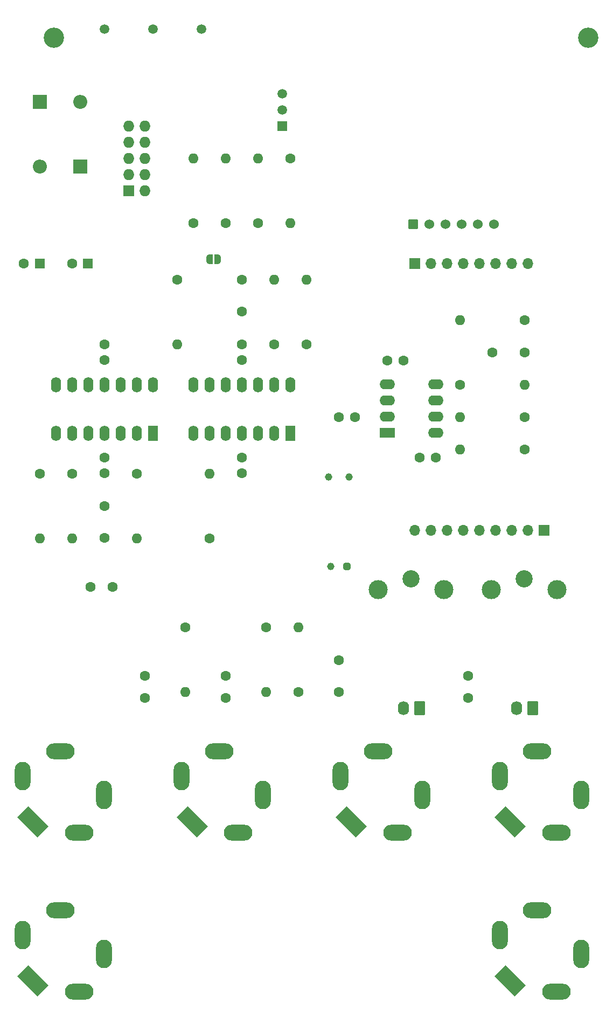
<source format=gbs>
G04 #@! TF.GenerationSoftware,KiCad,Pcbnew,7.0.1-3b83917a11~172~ubuntu22.04.1*
G04 #@! TF.CreationDate,2023-03-17T12:15:10-04:00*
G04 #@! TF.ProjectId,springReverbRev2_BackPCB,73707269-6e67-4526-9576-657262526576,rev?*
G04 #@! TF.SameCoordinates,Original*
G04 #@! TF.FileFunction,Soldermask,Bot*
G04 #@! TF.FilePolarity,Negative*
%FSLAX46Y46*%
G04 Gerber Fmt 4.6, Leading zero omitted, Abs format (unit mm)*
G04 Created by KiCad (PCBNEW 7.0.1-3b83917a11~172~ubuntu22.04.1) date 2023-03-17 12:15:10*
%MOMM*%
%LPD*%
G01*
G04 APERTURE LIST*
G04 Aperture macros list*
%AMRoundRect*
0 Rectangle with rounded corners*
0 $1 Rounding radius*
0 $2 $3 $4 $5 $6 $7 $8 $9 X,Y pos of 4 corners*
0 Add a 4 corners polygon primitive as box body*
4,1,4,$2,$3,$4,$5,$6,$7,$8,$9,$2,$3,0*
0 Add four circle primitives for the rounded corners*
1,1,$1+$1,$2,$3*
1,1,$1+$1,$4,$5*
1,1,$1+$1,$6,$7*
1,1,$1+$1,$8,$9*
0 Add four rect primitives between the rounded corners*
20,1,$1+$1,$2,$3,$4,$5,0*
20,1,$1+$1,$4,$5,$6,$7,0*
20,1,$1+$1,$6,$7,$8,$9,0*
20,1,$1+$1,$8,$9,$2,$3,0*%
%AMRotRect*
0 Rectangle, with rotation*
0 The origin of the aperture is its center*
0 $1 length*
0 $2 width*
0 $3 Rotation angle, in degrees counterclockwise*
0 Add horizontal line*
21,1,$1,$2,0,0,$3*%
%AMFreePoly0*
4,1,19,0.500000,-0.750000,0.000000,-0.750000,0.000000,-0.744911,-0.071157,-0.744911,-0.207708,-0.704816,-0.327430,-0.627875,-0.420627,-0.520320,-0.479746,-0.390866,-0.500000,-0.250000,-0.500000,0.250000,-0.479746,0.390866,-0.420627,0.520320,-0.327430,0.627875,-0.207708,0.704816,-0.071157,0.744911,0.000000,0.744911,0.000000,0.750000,0.500000,0.750000,0.500000,-0.750000,0.500000,-0.750000,
$1*%
%AMFreePoly1*
4,1,19,0.000000,0.744911,0.071157,0.744911,0.207708,0.704816,0.327430,0.627875,0.420627,0.520320,0.479746,0.390866,0.500000,0.250000,0.500000,-0.250000,0.479746,-0.390866,0.420627,-0.520320,0.327430,-0.627875,0.207708,-0.704816,0.071157,-0.744911,0.000000,-0.744911,0.000000,-0.750000,-0.500000,-0.750000,-0.500000,0.750000,0.000000,0.750000,0.000000,0.744911,0.000000,0.744911,
$1*%
G04 Aperture macros list end*
%ADD10O,2.500000X4.500001*%
%ADD11O,4.500001X2.500001*%
%ADD12RotRect,4.500001X2.500001X315.000000*%
%ADD13O,4.500000X2.500000*%
%ADD14O,2.500000X4.500000*%
%ADD15R,1.700000X1.700000*%
%ADD16O,1.700000X1.700000*%
%ADD17C,3.200000*%
%ADD18C,1.600000*%
%ADD19O,1.600000X1.600000*%
%ADD20C,1.500000*%
%ADD21R,1.600000X2.400000*%
%ADD22O,1.600000X2.400000*%
%ADD23R,2.400000X1.600000*%
%ADD24O,2.400000X1.600000*%
%ADD25R,1.727200X1.727200*%
%ADD26O,1.727200X1.727200*%
%ADD27R,1.600000X1.600000*%
%ADD28RoundRect,0.050800X-0.711200X0.711200X-0.711200X-0.711200X0.711200X-0.711200X0.711200X0.711200X0*%
%ADD29C,1.524000*%
%ADD30C,3.000000*%
%ADD31C,2.700000*%
%ADD32RoundRect,0.250000X0.620000X0.850000X-0.620000X0.850000X-0.620000X-0.850000X0.620000X-0.850000X0*%
%ADD33O,1.740000X2.200000*%
%ADD34FreePoly0,180.000000*%
%ADD35FreePoly1,180.000000*%
%ADD36R,1.500000X1.500000*%
%ADD37RoundRect,0.287500X0.287500X-0.287500X0.287500X0.287500X-0.287500X0.287500X-0.287500X-0.287500X0*%
%ADD38C,1.150000*%
%ADD39R,2.200000X2.200000*%
%ADD40O,2.200000X2.200000*%
G04 APERTURE END LIST*
D10*
G04 #@! TO.C,J902*
X118900000Y-142250000D03*
D11*
X115000000Y-148150000D03*
D12*
X107760000Y-146490000D03*
D13*
X112000000Y-135350000D03*
D14*
X106100000Y-139250000D03*
G04 #@! TD*
D10*
G04 #@! TO.C,J905*
X143900000Y-142250000D03*
D11*
X140000000Y-148150000D03*
D12*
X132760000Y-146490000D03*
D13*
X137000000Y-135350000D03*
D14*
X131100000Y-139250000D03*
G04 #@! TD*
D10*
G04 #@! TO.C,J901*
X168900000Y-142250000D03*
D11*
X165000000Y-148150000D03*
D12*
X157760000Y-146490000D03*
D13*
X162000000Y-135350000D03*
D14*
X156100000Y-139250000D03*
G04 #@! TD*
D10*
G04 #@! TO.C,J904*
X118900000Y-167250000D03*
D11*
X115000000Y-173150000D03*
D12*
X107760000Y-171490000D03*
D13*
X112000000Y-160350000D03*
D14*
X106100000Y-164250000D03*
G04 #@! TD*
D10*
G04 #@! TO.C,J903*
X193900000Y-167250000D03*
D11*
X190000000Y-173150000D03*
D12*
X182760000Y-171490000D03*
D13*
X187000000Y-160350000D03*
D14*
X181100000Y-164250000D03*
G04 #@! TD*
D15*
G04 #@! TO.C,J908*
X167780000Y-58730000D03*
D16*
X170320000Y-58730000D03*
X172860000Y-58730000D03*
X175400000Y-58730000D03*
X177940000Y-58730000D03*
X180480000Y-58730000D03*
X183020000Y-58730000D03*
X185560000Y-58730000D03*
G04 #@! TD*
D17*
G04 #@! TO.C,H901*
X111000000Y-23250000D03*
G04 #@! TD*
D10*
G04 #@! TO.C,J906*
X193900000Y-142250000D03*
D11*
X190000000Y-148150000D03*
D12*
X182760000Y-146490000D03*
D13*
X187000000Y-135350000D03*
D14*
X181100000Y-139250000D03*
G04 #@! TD*
D15*
G04 #@! TO.C,J910*
X188100000Y-100640000D03*
D16*
X185560000Y-100640000D03*
X183020000Y-100640000D03*
X180480000Y-100640000D03*
X177940000Y-100640000D03*
X175400000Y-100640000D03*
X172860000Y-100640000D03*
X170320000Y-100640000D03*
X167780000Y-100640000D03*
G04 #@! TD*
D17*
G04 #@! TO.C,H902*
X195000000Y-23250000D03*
G04 #@! TD*
D18*
G04 #@! TO.C,R108*
X130410000Y-61270000D03*
D19*
X130410000Y-71430000D03*
G04 #@! TD*
D18*
G04 #@! TO.C,C109*
X120250000Y-109530000D03*
X116750000Y-109530000D03*
G04 #@! TD*
D20*
G04 #@! TO.C,TP903*
X134220000Y-21900000D03*
G04 #@! TD*
D18*
G04 #@! TO.C,R902*
X144380000Y-115880000D03*
D19*
X144380000Y-126040000D03*
G04 #@! TD*
D18*
G04 #@! TO.C,R19*
X150730000Y-71430000D03*
D19*
X150730000Y-61270000D03*
G04 #@! TD*
D18*
G04 #@! TO.C,C107*
X140565000Y-71440000D03*
X140565000Y-73940000D03*
G04 #@! TD*
G04 #@! TO.C,C1*
X125330000Y-123540000D03*
X125330000Y-127040000D03*
G04 #@! TD*
G04 #@! TO.C,C105*
X165930000Y-73970000D03*
X163430000Y-73970000D03*
G04 #@! TD*
G04 #@! TO.C,C901*
X118975000Y-71440000D03*
X118975000Y-73940000D03*
G04 #@! TD*
G04 #@! TO.C,C3*
X184980000Y-72700000D03*
X179980000Y-72700000D03*
G04 #@! TD*
G04 #@! TO.C,R18*
X145650000Y-71430000D03*
D19*
X145650000Y-61270000D03*
G04 #@! TD*
D18*
G04 #@! TO.C,C106*
X118975000Y-89220000D03*
X118975000Y-91720000D03*
G04 #@! TD*
G04 #@! TO.C,R110*
X135490000Y-101910000D03*
D19*
X135490000Y-91750000D03*
G04 #@! TD*
D18*
G04 #@! TO.C,R103*
X149460000Y-126040000D03*
D19*
X149460000Y-115880000D03*
G04 #@! TD*
D21*
G04 #@! TO.C,IC103*
X148190000Y-85400000D03*
D22*
X145650000Y-85400000D03*
X143110000Y-85400000D03*
X140570000Y-85400000D03*
X138030000Y-85400000D03*
X135490000Y-85400000D03*
X132950000Y-85400000D03*
X132950000Y-77780000D03*
X135490000Y-77780000D03*
X138030000Y-77780000D03*
X140570000Y-77780000D03*
X143110000Y-77780000D03*
X145650000Y-77780000D03*
X148190000Y-77780000D03*
G04 #@! TD*
D23*
G04 #@! TO.C,U7*
X163440000Y-85390000D03*
D24*
X163440000Y-82850000D03*
X163440000Y-80310000D03*
X163440000Y-77770000D03*
X171060000Y-77770000D03*
X171060000Y-80310000D03*
X171060000Y-82850000D03*
X171060000Y-85390000D03*
G04 #@! TD*
D18*
G04 #@! TO.C,R109*
X108820000Y-91750000D03*
D19*
X108820000Y-101910000D03*
G04 #@! TD*
D25*
G04 #@! TO.C,SV101*
X122790000Y-47300000D03*
D26*
X125330000Y-47300000D03*
X122790000Y-44760000D03*
X125330000Y-44760000D03*
X122790000Y-42220000D03*
X125330000Y-42220000D03*
X122790000Y-39680000D03*
X125330000Y-39680000D03*
X122790000Y-37140000D03*
X125330000Y-37140000D03*
G04 #@! TD*
D27*
G04 #@! TO.C,C103*
X116360000Y-58730000D03*
D18*
X113860000Y-58730000D03*
G04 #@! TD*
G04 #@! TO.C,R106*
X113900000Y-91750000D03*
D19*
X113900000Y-101910000D03*
G04 #@! TD*
D18*
G04 #@! TO.C,R101*
X148190000Y-42220000D03*
D19*
X148190000Y-52380000D03*
G04 #@! TD*
D28*
G04 #@! TO.C,Z$102*
X167510000Y-52620000D03*
D29*
X170050000Y-52620000D03*
X172590000Y-52620000D03*
X175130000Y-52620000D03*
X177670000Y-52620000D03*
X180210000Y-52620000D03*
G04 #@! TD*
D18*
G04 #@! TO.C,R105*
X138030000Y-52380000D03*
D19*
X138030000Y-42220000D03*
G04 #@! TD*
D18*
G04 #@! TO.C,R11*
X185020000Y-67620000D03*
D19*
X174860000Y-67620000D03*
G04 #@! TD*
D18*
G04 #@! TO.C,R102*
X143110000Y-52380000D03*
D19*
X143110000Y-42220000D03*
G04 #@! TD*
D20*
G04 #@! TO.C,TP902*
X126600000Y-21900000D03*
G04 #@! TD*
D18*
G04 #@! TO.C,C108*
X155810000Y-121040000D03*
X155810000Y-126040000D03*
G04 #@! TD*
G04 #@! TO.C,C4*
X140570000Y-66270000D03*
X140570000Y-61270000D03*
G04 #@! TD*
G04 #@! TO.C,C5*
X158350000Y-82860000D03*
X155850000Y-82860000D03*
G04 #@! TD*
D30*
G04 #@! TO.C,X102*
X190100000Y-109960000D03*
X179800000Y-109960000D03*
D31*
X184950000Y-108260000D03*
G04 #@! TD*
D32*
G04 #@! TO.C,J912*
X186290000Y-128580000D03*
D33*
X183750000Y-128580000D03*
G04 #@! TD*
D18*
G04 #@! TO.C,C104*
X171010000Y-89210000D03*
X168510000Y-89210000D03*
G04 #@! TD*
D34*
G04 #@! TO.C,SJ101*
X136790000Y-58110000D03*
D35*
X135490000Y-58110000D03*
G04 #@! TD*
D18*
G04 #@! TO.C,R901*
X131680000Y-115880000D03*
D19*
X131680000Y-126040000D03*
G04 #@! TD*
D36*
G04 #@! TO.C,U901*
X146920000Y-37140000D03*
D20*
X146920000Y-34600000D03*
X146920000Y-32060000D03*
G04 #@! TD*
D18*
G04 #@! TO.C,C101*
X176130000Y-127000000D03*
X176130000Y-123500000D03*
G04 #@! TD*
G04 #@! TO.C,R10*
X174860000Y-77780000D03*
D19*
X185020000Y-77780000D03*
G04 #@! TD*
D18*
G04 #@! TO.C,R107*
X124060000Y-91750000D03*
D19*
X124060000Y-101910000D03*
G04 #@! TD*
D37*
G04 #@! TO.C,V101*
X157080000Y-106370000D03*
D38*
X154540000Y-106370000D03*
X157410000Y-92283000D03*
X154210000Y-92270000D03*
G04 #@! TD*
D21*
G04 #@! TO.C,IC102*
X126600000Y-85400000D03*
D22*
X124060000Y-85400000D03*
X121520000Y-85400000D03*
X118980000Y-85400000D03*
X116440000Y-85400000D03*
X113900000Y-85400000D03*
X111360000Y-85400000D03*
X111360000Y-77780000D03*
X113900000Y-77780000D03*
X116440000Y-77780000D03*
X118980000Y-77780000D03*
X121520000Y-77780000D03*
X124060000Y-77780000D03*
X126600000Y-77780000D03*
G04 #@! TD*
D18*
G04 #@! TO.C,C2*
X138030000Y-123540000D03*
X138030000Y-127040000D03*
G04 #@! TD*
G04 #@! TO.C,R6*
X185020000Y-82860000D03*
D19*
X174860000Y-82860000D03*
G04 #@! TD*
D18*
G04 #@! TO.C,R3*
X185020000Y-87940000D03*
D19*
X174860000Y-87940000D03*
G04 #@! TD*
D18*
G04 #@! TO.C,R104*
X132950000Y-52380000D03*
D19*
X132950000Y-42220000D03*
G04 #@! TD*
D27*
G04 #@! TO.C,C102*
X108780000Y-58730000D03*
D18*
X106280000Y-58730000D03*
G04 #@! TD*
D39*
G04 #@! TO.C,D902*
X115165000Y-43500000D03*
D40*
X115165000Y-33340000D03*
G04 #@! TD*
D18*
G04 #@! TO.C,C110*
X118980000Y-96830000D03*
X118980000Y-101830000D03*
G04 #@! TD*
G04 #@! TO.C,C902*
X140565000Y-89220000D03*
X140565000Y-91720000D03*
G04 #@! TD*
D32*
G04 #@! TO.C,J911*
X168510000Y-128580000D03*
D33*
X165970000Y-128580000D03*
G04 #@! TD*
D20*
G04 #@! TO.C,TP901*
X118980000Y-21900000D03*
G04 #@! TD*
D39*
G04 #@! TO.C,D901*
X108820000Y-33330000D03*
D40*
X108820000Y-43490000D03*
G04 #@! TD*
D30*
G04 #@! TO.C,X101*
X172320000Y-109960000D03*
X162020000Y-109960000D03*
D31*
X167170000Y-108260000D03*
G04 #@! TD*
M02*

</source>
